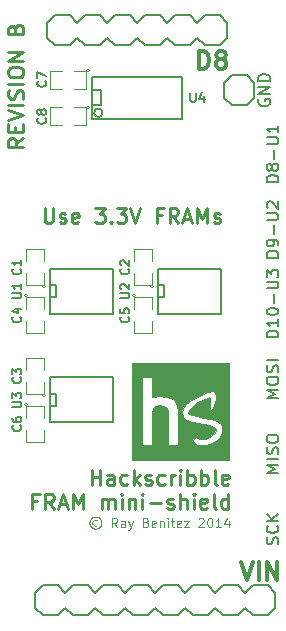
<source format=gto>
G04 #@! TF.FileFunction,Legend,Top*
%FSLAX46Y46*%
G04 Gerber Fmt 4.6, Leading zero omitted, Abs format (unit mm)*
G04 Created by KiCad (PCBNEW (2014-11-02 BZR 5250)-product) date 05/11/2014 09:55:45*
%MOMM*%
G01*
G04 APERTURE LIST*
%ADD10C,0.100000*%
%ADD11C,0.254000*%
%ADD12C,0.101600*%
%ADD13C,0.300000*%
%ADD14C,0.099060*%
%ADD15C,0.127000*%
%ADD16C,0.165100*%
%ADD17C,0.152400*%
%ADD18C,0.002540*%
%ADD19C,0.150000*%
G04 APERTURE END LIST*
D10*
D11*
X112797168Y-142052524D02*
X112797168Y-143080619D01*
X112857644Y-143201571D01*
X112918120Y-143262048D01*
X113039073Y-143322524D01*
X113280977Y-143322524D01*
X113401930Y-143262048D01*
X113462406Y-143201571D01*
X113522882Y-143080619D01*
X113522882Y-142052524D01*
X114067168Y-143262048D02*
X114188120Y-143322524D01*
X114430025Y-143322524D01*
X114550977Y-143262048D01*
X114611453Y-143141095D01*
X114611453Y-143080619D01*
X114550977Y-142959667D01*
X114430025Y-142899190D01*
X114248596Y-142899190D01*
X114127644Y-142838714D01*
X114067168Y-142717762D01*
X114067168Y-142657286D01*
X114127644Y-142536333D01*
X114248596Y-142475857D01*
X114430025Y-142475857D01*
X114550977Y-142536333D01*
X115639548Y-143262048D02*
X115518596Y-143322524D01*
X115276691Y-143322524D01*
X115155739Y-143262048D01*
X115095263Y-143141095D01*
X115095263Y-142657286D01*
X115155739Y-142536333D01*
X115276691Y-142475857D01*
X115518596Y-142475857D01*
X115639548Y-142536333D01*
X115700025Y-142657286D01*
X115700025Y-142778238D01*
X115095263Y-142899190D01*
X117090977Y-142052524D02*
X117877167Y-142052524D01*
X117453834Y-142536333D01*
X117635262Y-142536333D01*
X117756215Y-142596810D01*
X117816691Y-142657286D01*
X117877167Y-142778238D01*
X117877167Y-143080619D01*
X117816691Y-143201571D01*
X117756215Y-143262048D01*
X117635262Y-143322524D01*
X117272405Y-143322524D01*
X117151453Y-143262048D01*
X117090977Y-143201571D01*
X118421453Y-143201571D02*
X118481929Y-143262048D01*
X118421453Y-143322524D01*
X118360977Y-143262048D01*
X118421453Y-143201571D01*
X118421453Y-143322524D01*
X118905263Y-142052524D02*
X119691453Y-142052524D01*
X119268120Y-142536333D01*
X119449548Y-142536333D01*
X119570501Y-142596810D01*
X119630977Y-142657286D01*
X119691453Y-142778238D01*
X119691453Y-143080619D01*
X119630977Y-143201571D01*
X119570501Y-143262048D01*
X119449548Y-143322524D01*
X119086691Y-143322524D01*
X118965739Y-143262048D01*
X118905263Y-143201571D01*
X120054310Y-142052524D02*
X120477644Y-143322524D01*
X120900977Y-142052524D01*
X122715262Y-142657286D02*
X122291929Y-142657286D01*
X122291929Y-143322524D02*
X122291929Y-142052524D01*
X122896691Y-142052524D01*
X124106214Y-143322524D02*
X123682881Y-142717762D01*
X123380500Y-143322524D02*
X123380500Y-142052524D01*
X123864309Y-142052524D01*
X123985262Y-142113000D01*
X124045738Y-142173476D01*
X124106214Y-142294429D01*
X124106214Y-142475857D01*
X124045738Y-142596810D01*
X123985262Y-142657286D01*
X123864309Y-142717762D01*
X123380500Y-142717762D01*
X124590024Y-142959667D02*
X125194786Y-142959667D01*
X124469071Y-143322524D02*
X124892405Y-142052524D01*
X125315738Y-143322524D01*
X125739071Y-143322524D02*
X125739071Y-142052524D01*
X126162404Y-142959667D01*
X126585738Y-142052524D01*
X126585738Y-143322524D01*
X127130024Y-143262048D02*
X127250976Y-143322524D01*
X127492881Y-143322524D01*
X127613833Y-143262048D01*
X127674309Y-143141095D01*
X127674309Y-143080619D01*
X127613833Y-142959667D01*
X127492881Y-142899190D01*
X127311452Y-142899190D01*
X127190500Y-142838714D01*
X127130024Y-142717762D01*
X127130024Y-142657286D01*
X127190500Y-142536333D01*
X127311452Y-142475857D01*
X127492881Y-142475857D01*
X127613833Y-142536333D01*
D12*
X117257286Y-168483643D02*
X117184714Y-168447357D01*
X117039571Y-168447357D01*
X116967000Y-168483643D01*
X116894429Y-168556214D01*
X116858143Y-168628786D01*
X116858143Y-168773929D01*
X116894429Y-168846500D01*
X116967000Y-168919071D01*
X117039571Y-168955357D01*
X117184714Y-168955357D01*
X117257286Y-168919071D01*
X117112143Y-168193357D02*
X116930714Y-168229643D01*
X116749286Y-168338500D01*
X116640429Y-168519929D01*
X116604143Y-168701357D01*
X116640429Y-168882786D01*
X116749286Y-169064214D01*
X116930714Y-169173071D01*
X117112143Y-169209357D01*
X117293571Y-169173071D01*
X117475000Y-169064214D01*
X117583857Y-168882786D01*
X117620143Y-168701357D01*
X117583857Y-168519929D01*
X117475000Y-168338500D01*
X117293571Y-168229643D01*
X117112143Y-168193357D01*
X118962714Y-169064214D02*
X118708714Y-168701357D01*
X118527286Y-169064214D02*
X118527286Y-168302214D01*
X118817571Y-168302214D01*
X118890143Y-168338500D01*
X118926428Y-168374786D01*
X118962714Y-168447357D01*
X118962714Y-168556214D01*
X118926428Y-168628786D01*
X118890143Y-168665071D01*
X118817571Y-168701357D01*
X118527286Y-168701357D01*
X119615857Y-169064214D02*
X119615857Y-168665071D01*
X119579571Y-168592500D01*
X119507000Y-168556214D01*
X119361857Y-168556214D01*
X119289286Y-168592500D01*
X119615857Y-169027929D02*
X119543286Y-169064214D01*
X119361857Y-169064214D01*
X119289286Y-169027929D01*
X119253000Y-168955357D01*
X119253000Y-168882786D01*
X119289286Y-168810214D01*
X119361857Y-168773929D01*
X119543286Y-168773929D01*
X119615857Y-168737643D01*
X119906143Y-168556214D02*
X120087572Y-169064214D01*
X120269000Y-168556214D02*
X120087572Y-169064214D01*
X120015000Y-169245643D01*
X119978715Y-169281929D01*
X119906143Y-169318214D01*
X121393857Y-168665071D02*
X121502714Y-168701357D01*
X121538999Y-168737643D01*
X121575285Y-168810214D01*
X121575285Y-168919071D01*
X121538999Y-168991643D01*
X121502714Y-169027929D01*
X121430142Y-169064214D01*
X121139857Y-169064214D01*
X121139857Y-168302214D01*
X121393857Y-168302214D01*
X121466428Y-168338500D01*
X121502714Y-168374786D01*
X121538999Y-168447357D01*
X121538999Y-168519929D01*
X121502714Y-168592500D01*
X121466428Y-168628786D01*
X121393857Y-168665071D01*
X121139857Y-168665071D01*
X122192142Y-169027929D02*
X122119571Y-169064214D01*
X121974428Y-169064214D01*
X121901857Y-169027929D01*
X121865571Y-168955357D01*
X121865571Y-168665071D01*
X121901857Y-168592500D01*
X121974428Y-168556214D01*
X122119571Y-168556214D01*
X122192142Y-168592500D01*
X122228428Y-168665071D01*
X122228428Y-168737643D01*
X121865571Y-168810214D01*
X122555000Y-168556214D02*
X122555000Y-169064214D01*
X122555000Y-168628786D02*
X122591285Y-168592500D01*
X122663857Y-168556214D01*
X122772714Y-168556214D01*
X122845285Y-168592500D01*
X122881571Y-168665071D01*
X122881571Y-169064214D01*
X123244429Y-169064214D02*
X123244429Y-168556214D01*
X123244429Y-168302214D02*
X123208143Y-168338500D01*
X123244429Y-168374786D01*
X123280714Y-168338500D01*
X123244429Y-168302214D01*
X123244429Y-168374786D01*
X123498428Y-168556214D02*
X123788714Y-168556214D01*
X123607286Y-168302214D02*
X123607286Y-168955357D01*
X123643571Y-169027929D01*
X123716143Y-169064214D01*
X123788714Y-169064214D01*
X124333000Y-169027929D02*
X124260429Y-169064214D01*
X124115286Y-169064214D01*
X124042715Y-169027929D01*
X124006429Y-168955357D01*
X124006429Y-168665071D01*
X124042715Y-168592500D01*
X124115286Y-168556214D01*
X124260429Y-168556214D01*
X124333000Y-168592500D01*
X124369286Y-168665071D01*
X124369286Y-168737643D01*
X124006429Y-168810214D01*
X124623286Y-168556214D02*
X125022429Y-168556214D01*
X124623286Y-169064214D01*
X125022429Y-169064214D01*
X125857000Y-168374786D02*
X125893286Y-168338500D01*
X125965857Y-168302214D01*
X126147286Y-168302214D01*
X126219857Y-168338500D01*
X126256143Y-168374786D01*
X126292428Y-168447357D01*
X126292428Y-168519929D01*
X126256143Y-168628786D01*
X125820714Y-169064214D01*
X126292428Y-169064214D01*
X126764142Y-168302214D02*
X126836714Y-168302214D01*
X126909285Y-168338500D01*
X126945571Y-168374786D01*
X126981857Y-168447357D01*
X127018142Y-168592500D01*
X127018142Y-168773929D01*
X126981857Y-168919071D01*
X126945571Y-168991643D01*
X126909285Y-169027929D01*
X126836714Y-169064214D01*
X126764142Y-169064214D01*
X126691571Y-169027929D01*
X126655285Y-168991643D01*
X126619000Y-168919071D01*
X126582714Y-168773929D01*
X126582714Y-168592500D01*
X126619000Y-168447357D01*
X126655285Y-168374786D01*
X126691571Y-168338500D01*
X126764142Y-168302214D01*
X127743856Y-169064214D02*
X127308428Y-169064214D01*
X127526142Y-169064214D02*
X127526142Y-168302214D01*
X127453571Y-168411071D01*
X127380999Y-168483643D01*
X127308428Y-168519929D01*
X128396999Y-168556214D02*
X128396999Y-169064214D01*
X128215570Y-168265929D02*
X128034142Y-168810214D01*
X128505856Y-168810214D01*
D11*
X111001024Y-136131905D02*
X110396262Y-136555238D01*
X111001024Y-136857619D02*
X109731024Y-136857619D01*
X109731024Y-136373810D01*
X109791500Y-136252857D01*
X109851976Y-136192381D01*
X109972929Y-136131905D01*
X110154357Y-136131905D01*
X110275310Y-136192381D01*
X110335786Y-136252857D01*
X110396262Y-136373810D01*
X110396262Y-136857619D01*
X110335786Y-135587619D02*
X110335786Y-135164286D01*
X111001024Y-134982857D02*
X111001024Y-135587619D01*
X109731024Y-135587619D01*
X109731024Y-134982857D01*
X109731024Y-134620000D02*
X111001024Y-134196666D01*
X109731024Y-133773333D01*
X111001024Y-133350000D02*
X109731024Y-133350000D01*
X110940548Y-132805714D02*
X111001024Y-132624286D01*
X111001024Y-132321905D01*
X110940548Y-132200952D01*
X110880071Y-132140476D01*
X110759119Y-132080000D01*
X110638167Y-132080000D01*
X110517214Y-132140476D01*
X110456738Y-132200952D01*
X110396262Y-132321905D01*
X110335786Y-132563809D01*
X110275310Y-132684762D01*
X110214833Y-132745238D01*
X110093881Y-132805714D01*
X109972929Y-132805714D01*
X109851976Y-132745238D01*
X109791500Y-132684762D01*
X109731024Y-132563809D01*
X109731024Y-132261429D01*
X109791500Y-132080000D01*
X111001024Y-131535714D02*
X109731024Y-131535714D01*
X109731024Y-130689047D02*
X109731024Y-130447143D01*
X109791500Y-130326190D01*
X109912452Y-130205238D01*
X110154357Y-130144762D01*
X110577690Y-130144762D01*
X110819595Y-130205238D01*
X110940548Y-130326190D01*
X111001024Y-130447143D01*
X111001024Y-130689047D01*
X110940548Y-130810000D01*
X110819595Y-130930952D01*
X110577690Y-130991428D01*
X110154357Y-130991428D01*
X109912452Y-130930952D01*
X109791500Y-130810000D01*
X109731024Y-130689047D01*
X111001024Y-129600476D02*
X109731024Y-129600476D01*
X111001024Y-128874762D01*
X109731024Y-128874762D01*
X110335786Y-126879048D02*
X110396262Y-126697619D01*
X110456738Y-126637143D01*
X110577690Y-126576667D01*
X110759119Y-126576667D01*
X110880071Y-126637143D01*
X110940548Y-126697619D01*
X111001024Y-126818572D01*
X111001024Y-127302381D01*
X109731024Y-127302381D01*
X109731024Y-126879048D01*
X109791500Y-126758095D01*
X109851976Y-126697619D01*
X109972929Y-126637143D01*
X110093881Y-126637143D01*
X110214833Y-126697619D01*
X110275310Y-126758095D01*
X110335786Y-126879048D01*
X110335786Y-127302381D01*
X116797668Y-165484024D02*
X116797668Y-164214024D01*
X116797668Y-164818786D02*
X117523382Y-164818786D01*
X117523382Y-165484024D02*
X117523382Y-164214024D01*
X118672430Y-165484024D02*
X118672430Y-164818786D01*
X118611953Y-164697833D01*
X118491001Y-164637357D01*
X118249096Y-164637357D01*
X118128144Y-164697833D01*
X118672430Y-165423548D02*
X118551477Y-165484024D01*
X118249096Y-165484024D01*
X118128144Y-165423548D01*
X118067668Y-165302595D01*
X118067668Y-165181643D01*
X118128144Y-165060690D01*
X118249096Y-165000214D01*
X118551477Y-165000214D01*
X118672430Y-164939738D01*
X119821478Y-165423548D02*
X119700525Y-165484024D01*
X119458621Y-165484024D01*
X119337668Y-165423548D01*
X119277192Y-165363071D01*
X119216716Y-165242119D01*
X119216716Y-164879262D01*
X119277192Y-164758310D01*
X119337668Y-164697833D01*
X119458621Y-164637357D01*
X119700525Y-164637357D01*
X119821478Y-164697833D01*
X120365763Y-165484024D02*
X120365763Y-164214024D01*
X120486715Y-165000214D02*
X120849572Y-165484024D01*
X120849572Y-164637357D02*
X120365763Y-165121167D01*
X121333382Y-165423548D02*
X121454334Y-165484024D01*
X121696239Y-165484024D01*
X121817191Y-165423548D01*
X121877667Y-165302595D01*
X121877667Y-165242119D01*
X121817191Y-165121167D01*
X121696239Y-165060690D01*
X121514810Y-165060690D01*
X121393858Y-165000214D01*
X121333382Y-164879262D01*
X121333382Y-164818786D01*
X121393858Y-164697833D01*
X121514810Y-164637357D01*
X121696239Y-164637357D01*
X121817191Y-164697833D01*
X122966239Y-165423548D02*
X122845286Y-165484024D01*
X122603382Y-165484024D01*
X122482429Y-165423548D01*
X122421953Y-165363071D01*
X122361477Y-165242119D01*
X122361477Y-164879262D01*
X122421953Y-164758310D01*
X122482429Y-164697833D01*
X122603382Y-164637357D01*
X122845286Y-164637357D01*
X122966239Y-164697833D01*
X123510524Y-165484024D02*
X123510524Y-164637357D01*
X123510524Y-164879262D02*
X123571000Y-164758310D01*
X123631476Y-164697833D01*
X123752429Y-164637357D01*
X123873381Y-164637357D01*
X124296714Y-165484024D02*
X124296714Y-164637357D01*
X124296714Y-164214024D02*
X124236238Y-164274500D01*
X124296714Y-164334976D01*
X124357190Y-164274500D01*
X124296714Y-164214024D01*
X124296714Y-164334976D01*
X124901476Y-165484024D02*
X124901476Y-164214024D01*
X124901476Y-164697833D02*
X125022428Y-164637357D01*
X125264333Y-164637357D01*
X125385285Y-164697833D01*
X125445762Y-164758310D01*
X125506238Y-164879262D01*
X125506238Y-165242119D01*
X125445762Y-165363071D01*
X125385285Y-165423548D01*
X125264333Y-165484024D01*
X125022428Y-165484024D01*
X124901476Y-165423548D01*
X126050524Y-165484024D02*
X126050524Y-164214024D01*
X126050524Y-164697833D02*
X126171476Y-164637357D01*
X126413381Y-164637357D01*
X126534333Y-164697833D01*
X126594810Y-164758310D01*
X126655286Y-164879262D01*
X126655286Y-165242119D01*
X126594810Y-165363071D01*
X126534333Y-165423548D01*
X126413381Y-165484024D01*
X126171476Y-165484024D01*
X126050524Y-165423548D01*
X127381001Y-165484024D02*
X127260048Y-165423548D01*
X127199572Y-165302595D01*
X127199572Y-164214024D01*
X128348619Y-165423548D02*
X128227667Y-165484024D01*
X127985762Y-165484024D01*
X127864810Y-165423548D01*
X127804334Y-165302595D01*
X127804334Y-164818786D01*
X127864810Y-164697833D01*
X127985762Y-164637357D01*
X128227667Y-164637357D01*
X128348619Y-164697833D01*
X128409096Y-164818786D01*
X128409096Y-164939738D01*
X127804334Y-165060690D01*
X112201476Y-166850786D02*
X111778143Y-166850786D01*
X111778143Y-167516024D02*
X111778143Y-166246024D01*
X112382905Y-166246024D01*
X113592428Y-167516024D02*
X113169095Y-166911262D01*
X112866714Y-167516024D02*
X112866714Y-166246024D01*
X113350523Y-166246024D01*
X113471476Y-166306500D01*
X113531952Y-166366976D01*
X113592428Y-166487929D01*
X113592428Y-166669357D01*
X113531952Y-166790310D01*
X113471476Y-166850786D01*
X113350523Y-166911262D01*
X112866714Y-166911262D01*
X114076238Y-167153167D02*
X114681000Y-167153167D01*
X113955285Y-167516024D02*
X114378619Y-166246024D01*
X114801952Y-167516024D01*
X115225285Y-167516024D02*
X115225285Y-166246024D01*
X115648618Y-167153167D01*
X116071952Y-166246024D01*
X116071952Y-167516024D01*
X117644333Y-167516024D02*
X117644333Y-166669357D01*
X117644333Y-166790310D02*
X117704809Y-166729833D01*
X117825762Y-166669357D01*
X118007190Y-166669357D01*
X118128142Y-166729833D01*
X118188619Y-166850786D01*
X118188619Y-167516024D01*
X118188619Y-166850786D02*
X118249095Y-166729833D01*
X118370047Y-166669357D01*
X118551476Y-166669357D01*
X118672428Y-166729833D01*
X118732904Y-166850786D01*
X118732904Y-167516024D01*
X119337666Y-167516024D02*
X119337666Y-166669357D01*
X119337666Y-166246024D02*
X119277190Y-166306500D01*
X119337666Y-166366976D01*
X119398142Y-166306500D01*
X119337666Y-166246024D01*
X119337666Y-166366976D01*
X119942428Y-166669357D02*
X119942428Y-167516024D01*
X119942428Y-166790310D02*
X120002904Y-166729833D01*
X120123857Y-166669357D01*
X120305285Y-166669357D01*
X120426237Y-166729833D01*
X120486714Y-166850786D01*
X120486714Y-167516024D01*
X121091476Y-167516024D02*
X121091476Y-166669357D01*
X121091476Y-166246024D02*
X121031000Y-166306500D01*
X121091476Y-166366976D01*
X121151952Y-166306500D01*
X121091476Y-166246024D01*
X121091476Y-166366976D01*
X121696238Y-167032214D02*
X122663857Y-167032214D01*
X123208143Y-167455548D02*
X123329095Y-167516024D01*
X123571000Y-167516024D01*
X123691952Y-167455548D01*
X123752428Y-167334595D01*
X123752428Y-167274119D01*
X123691952Y-167153167D01*
X123571000Y-167092690D01*
X123389571Y-167092690D01*
X123268619Y-167032214D01*
X123208143Y-166911262D01*
X123208143Y-166850786D01*
X123268619Y-166729833D01*
X123389571Y-166669357D01*
X123571000Y-166669357D01*
X123691952Y-166729833D01*
X124296714Y-167516024D02*
X124296714Y-166246024D01*
X124841000Y-167516024D02*
X124841000Y-166850786D01*
X124780523Y-166729833D01*
X124659571Y-166669357D01*
X124478143Y-166669357D01*
X124357190Y-166729833D01*
X124296714Y-166790310D01*
X125445762Y-167516024D02*
X125445762Y-166669357D01*
X125445762Y-166246024D02*
X125385286Y-166306500D01*
X125445762Y-166366976D01*
X125506238Y-166306500D01*
X125445762Y-166246024D01*
X125445762Y-166366976D01*
X126534333Y-167455548D02*
X126413381Y-167516024D01*
X126171476Y-167516024D01*
X126050524Y-167455548D01*
X125990048Y-167334595D01*
X125990048Y-166850786D01*
X126050524Y-166729833D01*
X126171476Y-166669357D01*
X126413381Y-166669357D01*
X126534333Y-166729833D01*
X126594810Y-166850786D01*
X126594810Y-166971738D01*
X125990048Y-167092690D01*
X127320524Y-167516024D02*
X127199571Y-167455548D01*
X127139095Y-167334595D01*
X127139095Y-166246024D01*
X128348619Y-167516024D02*
X128348619Y-166246024D01*
X128348619Y-167455548D02*
X128227666Y-167516024D01*
X127985762Y-167516024D01*
X127864809Y-167455548D01*
X127804333Y-167395071D01*
X127743857Y-167274119D01*
X127743857Y-166911262D01*
X127804333Y-166790310D01*
X127864809Y-166729833D01*
X127985762Y-166669357D01*
X128227666Y-166669357D01*
X128348619Y-166729833D01*
D13*
X125892858Y-130282071D02*
X125892858Y-128782071D01*
X126250001Y-128782071D01*
X126464286Y-128853500D01*
X126607144Y-128996357D01*
X126678572Y-129139214D01*
X126750001Y-129424929D01*
X126750001Y-129639214D01*
X126678572Y-129924929D01*
X126607144Y-130067786D01*
X126464286Y-130210643D01*
X126250001Y-130282071D01*
X125892858Y-130282071D01*
X127607144Y-129424929D02*
X127464286Y-129353500D01*
X127392858Y-129282071D01*
X127321429Y-129139214D01*
X127321429Y-129067786D01*
X127392858Y-128924929D01*
X127464286Y-128853500D01*
X127607144Y-128782071D01*
X127892858Y-128782071D01*
X128035715Y-128853500D01*
X128107144Y-128924929D01*
X128178572Y-129067786D01*
X128178572Y-129139214D01*
X128107144Y-129282071D01*
X128035715Y-129353500D01*
X127892858Y-129424929D01*
X127607144Y-129424929D01*
X127464286Y-129496357D01*
X127392858Y-129567786D01*
X127321429Y-129710643D01*
X127321429Y-129996357D01*
X127392858Y-130139214D01*
X127464286Y-130210643D01*
X127607144Y-130282071D01*
X127892858Y-130282071D01*
X128035715Y-130210643D01*
X128107144Y-130139214D01*
X128178572Y-129996357D01*
X128178572Y-129710643D01*
X128107144Y-129567786D01*
X128035715Y-129496357D01*
X127892858Y-129424929D01*
X129421143Y-172025571D02*
X129921143Y-173525571D01*
X130421143Y-172025571D01*
X130921143Y-173525571D02*
X130921143Y-172025571D01*
X131635429Y-173525571D02*
X131635429Y-172025571D01*
X132492572Y-173525571D01*
X132492572Y-172025571D01*
D14*
X112903000Y-148717000D02*
G75*
G03X112903000Y-148717000I-127000J0D01*
G01*
X112776000Y-147574000D02*
X112776000Y-148590000D01*
X112776000Y-148590000D02*
X111252000Y-148590000D01*
X111252000Y-148590000D02*
X111252000Y-147574000D01*
X111252000Y-146558000D02*
X111252000Y-145542000D01*
X111252000Y-145542000D02*
X112776000Y-145542000D01*
X112776000Y-145542000D02*
X112776000Y-146558000D01*
X122047000Y-148717000D02*
G75*
G03X122047000Y-148717000I-127000J0D01*
G01*
X121920000Y-147574000D02*
X121920000Y-148590000D01*
X121920000Y-148590000D02*
X120396000Y-148590000D01*
X120396000Y-148590000D02*
X120396000Y-147574000D01*
X120396000Y-146558000D02*
X120396000Y-145542000D01*
X120396000Y-145542000D02*
X121920000Y-145542000D01*
X121920000Y-145542000D02*
X121920000Y-146558000D01*
X112903000Y-157924500D02*
G75*
G03X112903000Y-157924500I-127000J0D01*
G01*
X112776000Y-156781500D02*
X112776000Y-157797500D01*
X112776000Y-157797500D02*
X111252000Y-157797500D01*
X111252000Y-157797500D02*
X111252000Y-156781500D01*
X111252000Y-155765500D02*
X111252000Y-154749500D01*
X111252000Y-154749500D02*
X112776000Y-154749500D01*
X112776000Y-154749500D02*
X112776000Y-155765500D01*
X111379000Y-149479000D02*
G75*
G03X111379000Y-149479000I-127000J0D01*
G01*
X111252000Y-150622000D02*
X111252000Y-149606000D01*
X111252000Y-149606000D02*
X112776000Y-149606000D01*
X112776000Y-149606000D02*
X112776000Y-150622000D01*
X112776000Y-151638000D02*
X112776000Y-152654000D01*
X112776000Y-152654000D02*
X111252000Y-152654000D01*
X111252000Y-152654000D02*
X111252000Y-151638000D01*
X120523000Y-149479000D02*
G75*
G03X120523000Y-149479000I-127000J0D01*
G01*
X120396000Y-150622000D02*
X120396000Y-149606000D01*
X120396000Y-149606000D02*
X121920000Y-149606000D01*
X121920000Y-149606000D02*
X121920000Y-150622000D01*
X121920000Y-151638000D02*
X121920000Y-152654000D01*
X121920000Y-152654000D02*
X120396000Y-152654000D01*
X120396000Y-152654000D02*
X120396000Y-151638000D01*
X111379000Y-158686500D02*
G75*
G03X111379000Y-158686500I-127000J0D01*
G01*
X111252000Y-159829500D02*
X111252000Y-158813500D01*
X111252000Y-158813500D02*
X112776000Y-158813500D01*
X112776000Y-158813500D02*
X112776000Y-159829500D01*
X112776000Y-160845500D02*
X112776000Y-161861500D01*
X112776000Y-161861500D02*
X111252000Y-161861500D01*
X111252000Y-161861500D02*
X111252000Y-160845500D01*
X116586000Y-130429000D02*
G75*
G03X116586000Y-130429000I-127000J0D01*
G01*
X115316000Y-130429000D02*
X116332000Y-130429000D01*
X116332000Y-130429000D02*
X116332000Y-131953000D01*
X116332000Y-131953000D02*
X115316000Y-131953000D01*
X114300000Y-131953000D02*
X113284000Y-131953000D01*
X113284000Y-131953000D02*
X113284000Y-130429000D01*
X113284000Y-130429000D02*
X114300000Y-130429000D01*
X116586000Y-133540500D02*
G75*
G03X116586000Y-133540500I-127000J0D01*
G01*
X115316000Y-133540500D02*
X116332000Y-133540500D01*
X116332000Y-133540500D02*
X116332000Y-135064500D01*
X116332000Y-135064500D02*
X115316000Y-135064500D01*
X114300000Y-135064500D02*
X113284000Y-135064500D01*
X113284000Y-135064500D02*
X113284000Y-133540500D01*
X113284000Y-133540500D02*
X114300000Y-133540500D01*
D15*
X115570000Y-127635000D02*
X114935000Y-128270000D01*
X114935000Y-128270000D02*
X113665000Y-128270000D01*
X113665000Y-128270000D02*
X113030000Y-127635000D01*
X113030000Y-127635000D02*
X113030000Y-126365000D01*
X113030000Y-126365000D02*
X113665000Y-125730000D01*
X113665000Y-125730000D02*
X114935000Y-125730000D01*
X114935000Y-125730000D02*
X115570000Y-126365000D01*
X118110000Y-127635000D02*
X117475000Y-128270000D01*
X117475000Y-128270000D02*
X116205000Y-128270000D01*
X116205000Y-128270000D02*
X115570000Y-127635000D01*
X115570000Y-126365000D02*
X116205000Y-125730000D01*
X116205000Y-125730000D02*
X117475000Y-125730000D01*
X117475000Y-125730000D02*
X118110000Y-126365000D01*
X120650000Y-127635000D02*
X120015000Y-128270000D01*
X120015000Y-128270000D02*
X118745000Y-128270000D01*
X118745000Y-128270000D02*
X118110000Y-127635000D01*
X118110000Y-126365000D02*
X118745000Y-125730000D01*
X118745000Y-125730000D02*
X120015000Y-125730000D01*
X120015000Y-125730000D02*
X120650000Y-126365000D01*
X125730000Y-127635000D02*
X125095000Y-128270000D01*
X125095000Y-128270000D02*
X123825000Y-128270000D01*
X123825000Y-128270000D02*
X123190000Y-127635000D01*
X123190000Y-127635000D02*
X122555000Y-128270000D01*
X122555000Y-128270000D02*
X121285000Y-128270000D01*
X121285000Y-128270000D02*
X120650000Y-127635000D01*
X120650000Y-126365000D02*
X121285000Y-125730000D01*
X121285000Y-125730000D02*
X122555000Y-125730000D01*
X122555000Y-125730000D02*
X123190000Y-126365000D01*
X123190000Y-126365000D02*
X123825000Y-125730000D01*
X123825000Y-125730000D02*
X125095000Y-125730000D01*
X125095000Y-125730000D02*
X125730000Y-126365000D01*
X128270000Y-127635000D02*
X127635000Y-128270000D01*
X127635000Y-128270000D02*
X126365000Y-128270000D01*
X126365000Y-128270000D02*
X125730000Y-127635000D01*
X125730000Y-126365000D02*
X126365000Y-125730000D01*
X126365000Y-125730000D02*
X127635000Y-125730000D01*
X127635000Y-125730000D02*
X128270000Y-126365000D01*
X128270000Y-126365000D02*
X128270000Y-127635000D01*
D16*
X124460000Y-130937000D02*
X116840000Y-130937000D01*
X116840000Y-134493000D02*
X124460000Y-134493000D01*
X124460000Y-130937000D02*
X124460000Y-134493000D01*
D17*
X116840000Y-134493000D02*
X116840000Y-130937000D01*
D15*
X117707210Y-133985000D02*
G75*
G03X117707210Y-133985000I-359210J0D01*
G01*
X116840000Y-132080000D02*
X117602000Y-132080000D01*
X117602000Y-132080000D02*
X117602000Y-133350000D01*
X117602000Y-133350000D02*
X116840000Y-133350000D01*
X113284000Y-160083500D02*
X113284000Y-160210500D01*
X113284000Y-160210500D02*
X118618000Y-160210500D01*
X118618000Y-156400500D02*
X113284000Y-156400500D01*
X113284000Y-156400500D02*
X113284000Y-160083500D01*
X113284000Y-157797500D02*
X113792000Y-157797500D01*
X113792000Y-157797500D02*
X113792000Y-158813500D01*
X113792000Y-158813500D02*
X113284000Y-158813500D01*
X118618000Y-156400500D02*
X118618000Y-160210500D01*
X113284000Y-150876000D02*
X113284000Y-151003000D01*
X113284000Y-151003000D02*
X118618000Y-151003000D01*
X118618000Y-147193000D02*
X113284000Y-147193000D01*
X113284000Y-147193000D02*
X113284000Y-150876000D01*
X113284000Y-148590000D02*
X113792000Y-148590000D01*
X113792000Y-148590000D02*
X113792000Y-149606000D01*
X113792000Y-149606000D02*
X113284000Y-149606000D01*
X118618000Y-147193000D02*
X118618000Y-151003000D01*
X122428000Y-150876000D02*
X122428000Y-151003000D01*
X122428000Y-151003000D02*
X127762000Y-151003000D01*
X127762000Y-147193000D02*
X122428000Y-147193000D01*
X122428000Y-147193000D02*
X122428000Y-150876000D01*
X122428000Y-148590000D02*
X122936000Y-148590000D01*
X122936000Y-148590000D02*
X122936000Y-149606000D01*
X122936000Y-149606000D02*
X122428000Y-149606000D01*
X127762000Y-147193000D02*
X127762000Y-151003000D01*
X128016000Y-131445000D02*
X128651000Y-130810000D01*
X128651000Y-130810000D02*
X129921000Y-130810000D01*
X129921000Y-130810000D02*
X130556000Y-131445000D01*
X130556000Y-131445000D02*
X130556000Y-132715000D01*
X130556000Y-132715000D02*
X129921000Y-133350000D01*
X129921000Y-133350000D02*
X128651000Y-133350000D01*
X128651000Y-133350000D02*
X128016000Y-132715000D01*
X128016000Y-132715000D02*
X128016000Y-131445000D01*
X114554000Y-175895000D02*
X113919000Y-176530000D01*
X113919000Y-176530000D02*
X112649000Y-176530000D01*
X112649000Y-176530000D02*
X112014000Y-175895000D01*
X112014000Y-175895000D02*
X112014000Y-174625000D01*
X112014000Y-174625000D02*
X112649000Y-173990000D01*
X112649000Y-173990000D02*
X113919000Y-173990000D01*
X113919000Y-173990000D02*
X114554000Y-174625000D01*
X117094000Y-175895000D02*
X116459000Y-176530000D01*
X116459000Y-176530000D02*
X115189000Y-176530000D01*
X115189000Y-176530000D02*
X114554000Y-175895000D01*
X114554000Y-174625000D02*
X115189000Y-173990000D01*
X115189000Y-173990000D02*
X116459000Y-173990000D01*
X116459000Y-173990000D02*
X117094000Y-174625000D01*
X119634000Y-175895000D02*
X118999000Y-176530000D01*
X118999000Y-176530000D02*
X117729000Y-176530000D01*
X117729000Y-176530000D02*
X117094000Y-175895000D01*
X117094000Y-174625000D02*
X117729000Y-173990000D01*
X117729000Y-173990000D02*
X118999000Y-173990000D01*
X118999000Y-173990000D02*
X119634000Y-174625000D01*
X122174000Y-175895000D02*
X121539000Y-176530000D01*
X121539000Y-176530000D02*
X120269000Y-176530000D01*
X120269000Y-176530000D02*
X119634000Y-175895000D01*
X119634000Y-174625000D02*
X120269000Y-173990000D01*
X120269000Y-173990000D02*
X121539000Y-173990000D01*
X121539000Y-173990000D02*
X122174000Y-174625000D01*
X124714000Y-175895000D02*
X124079000Y-176530000D01*
X124079000Y-176530000D02*
X122809000Y-176530000D01*
X122809000Y-176530000D02*
X122174000Y-175895000D01*
X122174000Y-174625000D02*
X122809000Y-173990000D01*
X122809000Y-173990000D02*
X124079000Y-173990000D01*
X124079000Y-173990000D02*
X124714000Y-174625000D01*
X129794000Y-175895000D02*
X129159000Y-176530000D01*
X129159000Y-176530000D02*
X127889000Y-176530000D01*
X127889000Y-176530000D02*
X127254000Y-175895000D01*
X127254000Y-175895000D02*
X126619000Y-176530000D01*
X126619000Y-176530000D02*
X125349000Y-176530000D01*
X125349000Y-176530000D02*
X124714000Y-175895000D01*
X124714000Y-174625000D02*
X125349000Y-173990000D01*
X125349000Y-173990000D02*
X126619000Y-173990000D01*
X126619000Y-173990000D02*
X127254000Y-174625000D01*
X127254000Y-174625000D02*
X127889000Y-173990000D01*
X127889000Y-173990000D02*
X129159000Y-173990000D01*
X129159000Y-173990000D02*
X129794000Y-174625000D01*
X132334000Y-175895000D02*
X131699000Y-176530000D01*
X131699000Y-176530000D02*
X130429000Y-176530000D01*
X130429000Y-176530000D02*
X129794000Y-175895000D01*
X129794000Y-174625000D02*
X130429000Y-173990000D01*
X130429000Y-173990000D02*
X131699000Y-173990000D01*
X131699000Y-173990000D02*
X132334000Y-174625000D01*
X132334000Y-174625000D02*
X132334000Y-175895000D01*
D18*
G36*
X128417320Y-163405820D02*
X127825500Y-163405820D01*
X127825500Y-160807400D01*
X127797560Y-160538160D01*
X127703580Y-160324800D01*
X127523240Y-160159700D01*
X127236220Y-160025080D01*
X126819660Y-159910780D01*
X126255780Y-159801560D01*
X126235460Y-159799020D01*
X125689360Y-159689800D01*
X125285500Y-159575500D01*
X125034040Y-159458660D01*
X124945140Y-159341820D01*
X124945140Y-159336740D01*
X125001020Y-159235140D01*
X125145800Y-159059880D01*
X125308360Y-158889700D01*
X125783340Y-158511240D01*
X126342140Y-158214060D01*
X126629160Y-158112460D01*
X126738380Y-158087060D01*
X126794260Y-158112460D01*
X126812040Y-158224220D01*
X126799340Y-158455360D01*
X126786640Y-158615380D01*
X126768860Y-158917640D01*
X126776480Y-159085280D01*
X126814580Y-159151320D01*
X126880620Y-159153860D01*
X127025400Y-159049720D01*
X127149860Y-158823660D01*
X127246380Y-158526480D01*
X127299720Y-158208980D01*
X127302260Y-157919420D01*
X127241300Y-157708600D01*
X127198120Y-157655260D01*
X126974600Y-157579060D01*
X126636780Y-157622240D01*
X126182120Y-157779720D01*
X125834140Y-157942280D01*
X125234700Y-158290260D01*
X124802900Y-158645860D01*
X124538740Y-159014160D01*
X124439680Y-159390080D01*
X124437140Y-159430720D01*
X124480320Y-159677100D01*
X124617480Y-159877760D01*
X124866400Y-160040320D01*
X125242320Y-160174940D01*
X125760480Y-160286700D01*
X126189740Y-160355280D01*
X126695200Y-160446720D01*
X127038100Y-160558480D01*
X127231140Y-160695640D01*
X127281940Y-160865820D01*
X127198120Y-161076640D01*
X127190500Y-161086800D01*
X126964440Y-161312860D01*
X126652020Y-161485580D01*
X126306580Y-161582100D01*
X125986540Y-161589720D01*
X125821440Y-161536380D01*
X125651260Y-161470340D01*
X125529340Y-161518600D01*
X125481080Y-161561780D01*
X125376940Y-161739580D01*
X125415040Y-161891980D01*
X125569980Y-162011360D01*
X125813820Y-162090100D01*
X126126240Y-162120580D01*
X126476760Y-162090100D01*
X126814580Y-162003740D01*
X127287020Y-161775140D01*
X127614680Y-161467800D01*
X127792480Y-161089340D01*
X127825500Y-160807400D01*
X127825500Y-163405820D01*
X124310140Y-163405820D01*
X124099320Y-163405820D01*
X124099320Y-162135820D01*
X124099320Y-160505140D01*
X124096780Y-159918400D01*
X124089160Y-159473900D01*
X124073920Y-159146240D01*
X124048520Y-158910020D01*
X124012960Y-158739840D01*
X123962160Y-158605220D01*
X123949460Y-158579820D01*
X123748800Y-158295340D01*
X123464320Y-158112460D01*
X123070620Y-158018480D01*
X122552460Y-158005780D01*
X121897140Y-158028640D01*
X121897140Y-157203140D01*
X121897140Y-156377640D01*
X121475500Y-156377640D01*
X121051320Y-156377640D01*
X121051320Y-159258000D01*
X121051320Y-162135820D01*
X121475500Y-162135820D01*
X121897140Y-162135820D01*
X121897140Y-160596580D01*
X121899680Y-160035240D01*
X121907300Y-159621220D01*
X121922540Y-159324040D01*
X121945400Y-159123380D01*
X121980960Y-158996380D01*
X122029220Y-158912560D01*
X122036840Y-158902400D01*
X122245120Y-158783020D01*
X122532140Y-158744920D01*
X122826780Y-158783020D01*
X123060460Y-158897320D01*
X123083320Y-158917640D01*
X123144280Y-158988760D01*
X123187460Y-159082740D01*
X123217940Y-159224980D01*
X123238260Y-159438340D01*
X123248420Y-159750760D01*
X123250960Y-160187640D01*
X123253500Y-160611820D01*
X123253500Y-162135820D01*
X123675140Y-162135820D01*
X124099320Y-162135820D01*
X124099320Y-163405820D01*
X120205500Y-163405820D01*
X120205500Y-159298640D01*
X120205500Y-155194000D01*
X124310140Y-155194000D01*
X128417320Y-155194000D01*
X128417320Y-159298640D01*
X128417320Y-163405820D01*
X128417320Y-163405820D01*
X128417320Y-163405820D01*
G37*
X128417320Y-163405820D02*
X127825500Y-163405820D01*
X127825500Y-160807400D01*
X127797560Y-160538160D01*
X127703580Y-160324800D01*
X127523240Y-160159700D01*
X127236220Y-160025080D01*
X126819660Y-159910780D01*
X126255780Y-159801560D01*
X126235460Y-159799020D01*
X125689360Y-159689800D01*
X125285500Y-159575500D01*
X125034040Y-159458660D01*
X124945140Y-159341820D01*
X124945140Y-159336740D01*
X125001020Y-159235140D01*
X125145800Y-159059880D01*
X125308360Y-158889700D01*
X125783340Y-158511240D01*
X126342140Y-158214060D01*
X126629160Y-158112460D01*
X126738380Y-158087060D01*
X126794260Y-158112460D01*
X126812040Y-158224220D01*
X126799340Y-158455360D01*
X126786640Y-158615380D01*
X126768860Y-158917640D01*
X126776480Y-159085280D01*
X126814580Y-159151320D01*
X126880620Y-159153860D01*
X127025400Y-159049720D01*
X127149860Y-158823660D01*
X127246380Y-158526480D01*
X127299720Y-158208980D01*
X127302260Y-157919420D01*
X127241300Y-157708600D01*
X127198120Y-157655260D01*
X126974600Y-157579060D01*
X126636780Y-157622240D01*
X126182120Y-157779720D01*
X125834140Y-157942280D01*
X125234700Y-158290260D01*
X124802900Y-158645860D01*
X124538740Y-159014160D01*
X124439680Y-159390080D01*
X124437140Y-159430720D01*
X124480320Y-159677100D01*
X124617480Y-159877760D01*
X124866400Y-160040320D01*
X125242320Y-160174940D01*
X125760480Y-160286700D01*
X126189740Y-160355280D01*
X126695200Y-160446720D01*
X127038100Y-160558480D01*
X127231140Y-160695640D01*
X127281940Y-160865820D01*
X127198120Y-161076640D01*
X127190500Y-161086800D01*
X126964440Y-161312860D01*
X126652020Y-161485580D01*
X126306580Y-161582100D01*
X125986540Y-161589720D01*
X125821440Y-161536380D01*
X125651260Y-161470340D01*
X125529340Y-161518600D01*
X125481080Y-161561780D01*
X125376940Y-161739580D01*
X125415040Y-161891980D01*
X125569980Y-162011360D01*
X125813820Y-162090100D01*
X126126240Y-162120580D01*
X126476760Y-162090100D01*
X126814580Y-162003740D01*
X127287020Y-161775140D01*
X127614680Y-161467800D01*
X127792480Y-161089340D01*
X127825500Y-160807400D01*
X127825500Y-163405820D01*
X124310140Y-163405820D01*
X124099320Y-163405820D01*
X124099320Y-162135820D01*
X124099320Y-160505140D01*
X124096780Y-159918400D01*
X124089160Y-159473900D01*
X124073920Y-159146240D01*
X124048520Y-158910020D01*
X124012960Y-158739840D01*
X123962160Y-158605220D01*
X123949460Y-158579820D01*
X123748800Y-158295340D01*
X123464320Y-158112460D01*
X123070620Y-158018480D01*
X122552460Y-158005780D01*
X121897140Y-158028640D01*
X121897140Y-157203140D01*
X121897140Y-156377640D01*
X121475500Y-156377640D01*
X121051320Y-156377640D01*
X121051320Y-159258000D01*
X121051320Y-162135820D01*
X121475500Y-162135820D01*
X121897140Y-162135820D01*
X121897140Y-160596580D01*
X121899680Y-160035240D01*
X121907300Y-159621220D01*
X121922540Y-159324040D01*
X121945400Y-159123380D01*
X121980960Y-158996380D01*
X122029220Y-158912560D01*
X122036840Y-158902400D01*
X122245120Y-158783020D01*
X122532140Y-158744920D01*
X122826780Y-158783020D01*
X123060460Y-158897320D01*
X123083320Y-158917640D01*
X123144280Y-158988760D01*
X123187460Y-159082740D01*
X123217940Y-159224980D01*
X123238260Y-159438340D01*
X123248420Y-159750760D01*
X123250960Y-160187640D01*
X123253500Y-160611820D01*
X123253500Y-162135820D01*
X123675140Y-162135820D01*
X124099320Y-162135820D01*
X124099320Y-163405820D01*
X120205500Y-163405820D01*
X120205500Y-159298640D01*
X120205500Y-155194000D01*
X124310140Y-155194000D01*
X128417320Y-155194000D01*
X128417320Y-159298640D01*
X128417320Y-163405820D01*
X128417320Y-163405820D01*
D15*
X110762143Y-147193000D02*
X110798429Y-147229286D01*
X110834714Y-147338143D01*
X110834714Y-147410714D01*
X110798429Y-147519571D01*
X110725857Y-147592143D01*
X110653286Y-147628428D01*
X110508143Y-147664714D01*
X110399286Y-147664714D01*
X110254143Y-147628428D01*
X110181571Y-147592143D01*
X110109000Y-147519571D01*
X110072714Y-147410714D01*
X110072714Y-147338143D01*
X110109000Y-147229286D01*
X110145286Y-147193000D01*
X110834714Y-146467286D02*
X110834714Y-146902714D01*
X110834714Y-146685000D02*
X110072714Y-146685000D01*
X110181571Y-146757571D01*
X110254143Y-146830143D01*
X110290429Y-146902714D01*
X119906143Y-147193000D02*
X119942429Y-147229286D01*
X119978714Y-147338143D01*
X119978714Y-147410714D01*
X119942429Y-147519571D01*
X119869857Y-147592143D01*
X119797286Y-147628428D01*
X119652143Y-147664714D01*
X119543286Y-147664714D01*
X119398143Y-147628428D01*
X119325571Y-147592143D01*
X119253000Y-147519571D01*
X119216714Y-147410714D01*
X119216714Y-147338143D01*
X119253000Y-147229286D01*
X119289286Y-147193000D01*
X119289286Y-146902714D02*
X119253000Y-146866428D01*
X119216714Y-146793857D01*
X119216714Y-146612428D01*
X119253000Y-146539857D01*
X119289286Y-146503571D01*
X119361857Y-146467286D01*
X119434429Y-146467286D01*
X119543286Y-146503571D01*
X119978714Y-146939000D01*
X119978714Y-146467286D01*
X110762143Y-156400500D02*
X110798429Y-156436786D01*
X110834714Y-156545643D01*
X110834714Y-156618214D01*
X110798429Y-156727071D01*
X110725857Y-156799643D01*
X110653286Y-156835928D01*
X110508143Y-156872214D01*
X110399286Y-156872214D01*
X110254143Y-156835928D01*
X110181571Y-156799643D01*
X110109000Y-156727071D01*
X110072714Y-156618214D01*
X110072714Y-156545643D01*
X110109000Y-156436786D01*
X110145286Y-156400500D01*
X110072714Y-156146500D02*
X110072714Y-155674786D01*
X110363000Y-155928786D01*
X110363000Y-155819928D01*
X110399286Y-155747357D01*
X110435571Y-155711071D01*
X110508143Y-155674786D01*
X110689571Y-155674786D01*
X110762143Y-155711071D01*
X110798429Y-155747357D01*
X110834714Y-155819928D01*
X110834714Y-156037643D01*
X110798429Y-156110214D01*
X110762143Y-156146500D01*
X110762143Y-151257000D02*
X110798429Y-151293286D01*
X110834714Y-151402143D01*
X110834714Y-151474714D01*
X110798429Y-151583571D01*
X110725857Y-151656143D01*
X110653286Y-151692428D01*
X110508143Y-151728714D01*
X110399286Y-151728714D01*
X110254143Y-151692428D01*
X110181571Y-151656143D01*
X110109000Y-151583571D01*
X110072714Y-151474714D01*
X110072714Y-151402143D01*
X110109000Y-151293286D01*
X110145286Y-151257000D01*
X110326714Y-150603857D02*
X110834714Y-150603857D01*
X110036429Y-150785286D02*
X110580714Y-150966714D01*
X110580714Y-150495000D01*
X119906143Y-151257000D02*
X119942429Y-151293286D01*
X119978714Y-151402143D01*
X119978714Y-151474714D01*
X119942429Y-151583571D01*
X119869857Y-151656143D01*
X119797286Y-151692428D01*
X119652143Y-151728714D01*
X119543286Y-151728714D01*
X119398143Y-151692428D01*
X119325571Y-151656143D01*
X119253000Y-151583571D01*
X119216714Y-151474714D01*
X119216714Y-151402143D01*
X119253000Y-151293286D01*
X119289286Y-151257000D01*
X119216714Y-150567571D02*
X119216714Y-150930428D01*
X119579571Y-150966714D01*
X119543286Y-150930428D01*
X119507000Y-150857857D01*
X119507000Y-150676428D01*
X119543286Y-150603857D01*
X119579571Y-150567571D01*
X119652143Y-150531286D01*
X119833571Y-150531286D01*
X119906143Y-150567571D01*
X119942429Y-150603857D01*
X119978714Y-150676428D01*
X119978714Y-150857857D01*
X119942429Y-150930428D01*
X119906143Y-150966714D01*
X110762143Y-160464500D02*
X110798429Y-160500786D01*
X110834714Y-160609643D01*
X110834714Y-160682214D01*
X110798429Y-160791071D01*
X110725857Y-160863643D01*
X110653286Y-160899928D01*
X110508143Y-160936214D01*
X110399286Y-160936214D01*
X110254143Y-160899928D01*
X110181571Y-160863643D01*
X110109000Y-160791071D01*
X110072714Y-160682214D01*
X110072714Y-160609643D01*
X110109000Y-160500786D01*
X110145286Y-160464500D01*
X110072714Y-159811357D02*
X110072714Y-159956500D01*
X110109000Y-160029071D01*
X110145286Y-160065357D01*
X110254143Y-160137928D01*
X110399286Y-160174214D01*
X110689571Y-160174214D01*
X110762143Y-160137928D01*
X110798429Y-160101643D01*
X110834714Y-160029071D01*
X110834714Y-159883928D01*
X110798429Y-159811357D01*
X110762143Y-159775071D01*
X110689571Y-159738786D01*
X110508143Y-159738786D01*
X110435571Y-159775071D01*
X110399286Y-159811357D01*
X110363000Y-159883928D01*
X110363000Y-160029071D01*
X110399286Y-160101643D01*
X110435571Y-160137928D01*
X110508143Y-160174214D01*
X112857643Y-131318000D02*
X112893929Y-131354286D01*
X112930214Y-131463143D01*
X112930214Y-131535714D01*
X112893929Y-131644571D01*
X112821357Y-131717143D01*
X112748786Y-131753428D01*
X112603643Y-131789714D01*
X112494786Y-131789714D01*
X112349643Y-131753428D01*
X112277071Y-131717143D01*
X112204500Y-131644571D01*
X112168214Y-131535714D01*
X112168214Y-131463143D01*
X112204500Y-131354286D01*
X112240786Y-131318000D01*
X112168214Y-131064000D02*
X112168214Y-130556000D01*
X112930214Y-130882571D01*
X112857643Y-134429500D02*
X112893929Y-134465786D01*
X112930214Y-134574643D01*
X112930214Y-134647214D01*
X112893929Y-134756071D01*
X112821357Y-134828643D01*
X112748786Y-134864928D01*
X112603643Y-134901214D01*
X112494786Y-134901214D01*
X112349643Y-134864928D01*
X112277071Y-134828643D01*
X112204500Y-134756071D01*
X112168214Y-134647214D01*
X112168214Y-134574643D01*
X112204500Y-134465786D01*
X112240786Y-134429500D01*
X112494786Y-133994071D02*
X112458500Y-134066643D01*
X112422214Y-134102928D01*
X112349643Y-134139214D01*
X112313357Y-134139214D01*
X112240786Y-134102928D01*
X112204500Y-134066643D01*
X112168214Y-133994071D01*
X112168214Y-133848928D01*
X112204500Y-133776357D01*
X112240786Y-133740071D01*
X112313357Y-133703786D01*
X112349643Y-133703786D01*
X112422214Y-133740071D01*
X112458500Y-133776357D01*
X112494786Y-133848928D01*
X112494786Y-133994071D01*
X112531071Y-134066643D01*
X112567357Y-134102928D01*
X112639929Y-134139214D01*
X112785071Y-134139214D01*
X112857643Y-134102928D01*
X112893929Y-134066643D01*
X112930214Y-133994071D01*
X112930214Y-133848928D01*
X112893929Y-133776357D01*
X112857643Y-133740071D01*
X112785071Y-133703786D01*
X112639929Y-133703786D01*
X112567357Y-133740071D01*
X112531071Y-133776357D01*
X112494786Y-133848928D01*
X125149429Y-132297714D02*
X125149429Y-132914571D01*
X125185714Y-132987143D01*
X125222000Y-133023429D01*
X125294571Y-133059714D01*
X125439714Y-133059714D01*
X125512286Y-133023429D01*
X125548571Y-132987143D01*
X125584857Y-132914571D01*
X125584857Y-132297714D01*
X126274286Y-132551714D02*
X126274286Y-133059714D01*
X126092857Y-132261429D02*
X125911429Y-132805714D01*
X126383143Y-132805714D01*
X110072714Y-158886071D02*
X110689571Y-158886071D01*
X110762143Y-158849786D01*
X110798429Y-158813500D01*
X110834714Y-158740929D01*
X110834714Y-158595786D01*
X110798429Y-158523214D01*
X110762143Y-158486929D01*
X110689571Y-158450643D01*
X110072714Y-158450643D01*
X110072714Y-158160357D02*
X110072714Y-157688643D01*
X110363000Y-157942643D01*
X110363000Y-157833785D01*
X110399286Y-157761214D01*
X110435571Y-157724928D01*
X110508143Y-157688643D01*
X110689571Y-157688643D01*
X110762143Y-157724928D01*
X110798429Y-157761214D01*
X110834714Y-157833785D01*
X110834714Y-158051500D01*
X110798429Y-158124071D01*
X110762143Y-158160357D01*
X110072714Y-149678571D02*
X110689571Y-149678571D01*
X110762143Y-149642286D01*
X110798429Y-149606000D01*
X110834714Y-149533429D01*
X110834714Y-149388286D01*
X110798429Y-149315714D01*
X110762143Y-149279429D01*
X110689571Y-149243143D01*
X110072714Y-149243143D01*
X110834714Y-148481143D02*
X110834714Y-148916571D01*
X110834714Y-148698857D02*
X110072714Y-148698857D01*
X110181571Y-148771428D01*
X110254143Y-148844000D01*
X110290429Y-148916571D01*
X119216714Y-149678571D02*
X119833571Y-149678571D01*
X119906143Y-149642286D01*
X119942429Y-149606000D01*
X119978714Y-149533429D01*
X119978714Y-149388286D01*
X119942429Y-149315714D01*
X119906143Y-149279429D01*
X119833571Y-149243143D01*
X119216714Y-149243143D01*
X119289286Y-148916571D02*
X119253000Y-148880285D01*
X119216714Y-148807714D01*
X119216714Y-148626285D01*
X119253000Y-148553714D01*
X119289286Y-148517428D01*
X119361857Y-148481143D01*
X119434429Y-148481143D01*
X119543286Y-148517428D01*
X119978714Y-148952857D01*
X119978714Y-148481143D01*
D19*
X132548262Y-170513214D02*
X132595881Y-170370357D01*
X132595881Y-170132261D01*
X132548262Y-170037023D01*
X132500643Y-169989404D01*
X132405405Y-169941785D01*
X132310167Y-169941785D01*
X132214929Y-169989404D01*
X132167310Y-170037023D01*
X132119690Y-170132261D01*
X132072071Y-170322738D01*
X132024452Y-170417976D01*
X131976833Y-170465595D01*
X131881595Y-170513214D01*
X131786357Y-170513214D01*
X131691119Y-170465595D01*
X131643500Y-170417976D01*
X131595881Y-170322738D01*
X131595881Y-170084642D01*
X131643500Y-169941785D01*
X132500643Y-168941785D02*
X132548262Y-168989404D01*
X132595881Y-169132261D01*
X132595881Y-169227499D01*
X132548262Y-169370357D01*
X132453024Y-169465595D01*
X132357786Y-169513214D01*
X132167310Y-169560833D01*
X132024452Y-169560833D01*
X131833976Y-169513214D01*
X131738738Y-169465595D01*
X131643500Y-169370357D01*
X131595881Y-169227499D01*
X131595881Y-169132261D01*
X131643500Y-168989404D01*
X131691119Y-168941785D01*
X132595881Y-168513214D02*
X131595881Y-168513214D01*
X132595881Y-167941785D02*
X132024452Y-168370357D01*
X131595881Y-167941785D02*
X132167310Y-168513214D01*
X132595881Y-164448928D02*
X131595881Y-164448928D01*
X132310167Y-164115594D01*
X131595881Y-163782261D01*
X132595881Y-163782261D01*
X132595881Y-163306071D02*
X131595881Y-163306071D01*
X132548262Y-162877500D02*
X132595881Y-162734643D01*
X132595881Y-162496547D01*
X132548262Y-162401309D01*
X132500643Y-162353690D01*
X132405405Y-162306071D01*
X132310167Y-162306071D01*
X132214929Y-162353690D01*
X132167310Y-162401309D01*
X132119690Y-162496547D01*
X132072071Y-162687024D01*
X132024452Y-162782262D01*
X131976833Y-162829881D01*
X131881595Y-162877500D01*
X131786357Y-162877500D01*
X131691119Y-162829881D01*
X131643500Y-162782262D01*
X131595881Y-162687024D01*
X131595881Y-162448928D01*
X131643500Y-162306071D01*
X131595881Y-161687024D02*
X131595881Y-161496547D01*
X131643500Y-161401309D01*
X131738738Y-161306071D01*
X131929214Y-161258452D01*
X132262548Y-161258452D01*
X132453024Y-161306071D01*
X132548262Y-161401309D01*
X132595881Y-161496547D01*
X132595881Y-161687024D01*
X132548262Y-161782262D01*
X132453024Y-161877500D01*
X132262548Y-161925119D01*
X131929214Y-161925119D01*
X131738738Y-161877500D01*
X131643500Y-161782262D01*
X131595881Y-161687024D01*
X132595881Y-158098928D02*
X131595881Y-158098928D01*
X132310167Y-157765594D01*
X131595881Y-157432261D01*
X132595881Y-157432261D01*
X131595881Y-156765595D02*
X131595881Y-156575118D01*
X131643500Y-156479880D01*
X131738738Y-156384642D01*
X131929214Y-156337023D01*
X132262548Y-156337023D01*
X132453024Y-156384642D01*
X132548262Y-156479880D01*
X132595881Y-156575118D01*
X132595881Y-156765595D01*
X132548262Y-156860833D01*
X132453024Y-156956071D01*
X132262548Y-157003690D01*
X131929214Y-157003690D01*
X131738738Y-156956071D01*
X131643500Y-156860833D01*
X131595881Y-156765595D01*
X132548262Y-155956071D02*
X132595881Y-155813214D01*
X132595881Y-155575118D01*
X132548262Y-155479880D01*
X132500643Y-155432261D01*
X132405405Y-155384642D01*
X132310167Y-155384642D01*
X132214929Y-155432261D01*
X132167310Y-155479880D01*
X132119690Y-155575118D01*
X132072071Y-155765595D01*
X132024452Y-155860833D01*
X131976833Y-155908452D01*
X131881595Y-155956071D01*
X131786357Y-155956071D01*
X131691119Y-155908452D01*
X131643500Y-155860833D01*
X131595881Y-155765595D01*
X131595881Y-155527499D01*
X131643500Y-155384642D01*
X132595881Y-154956071D02*
X131595881Y-154956071D01*
X132595881Y-153010833D02*
X131595881Y-153010833D01*
X131595881Y-152772738D01*
X131643500Y-152629880D01*
X131738738Y-152534642D01*
X131833976Y-152487023D01*
X132024452Y-152439404D01*
X132167310Y-152439404D01*
X132357786Y-152487023D01*
X132453024Y-152534642D01*
X132548262Y-152629880D01*
X132595881Y-152772738D01*
X132595881Y-153010833D01*
X132595881Y-151487023D02*
X132595881Y-152058452D01*
X132595881Y-151772738D02*
X131595881Y-151772738D01*
X131738738Y-151867976D01*
X131833976Y-151963214D01*
X131881595Y-152058452D01*
X131595881Y-150867976D02*
X131595881Y-150772737D01*
X131643500Y-150677499D01*
X131691119Y-150629880D01*
X131786357Y-150582261D01*
X131976833Y-150534642D01*
X132214929Y-150534642D01*
X132405405Y-150582261D01*
X132500643Y-150629880D01*
X132548262Y-150677499D01*
X132595881Y-150772737D01*
X132595881Y-150867976D01*
X132548262Y-150963214D01*
X132500643Y-151010833D01*
X132405405Y-151058452D01*
X132214929Y-151106071D01*
X131976833Y-151106071D01*
X131786357Y-151058452D01*
X131691119Y-151010833D01*
X131643500Y-150963214D01*
X131595881Y-150867976D01*
X132214929Y-150106071D02*
X132214929Y-149344166D01*
X131595881Y-148867976D02*
X132405405Y-148867976D01*
X132500643Y-148820357D01*
X132548262Y-148772738D01*
X132595881Y-148677500D01*
X132595881Y-148487023D01*
X132548262Y-148391785D01*
X132500643Y-148344166D01*
X132405405Y-148296547D01*
X131595881Y-148296547D01*
X131595881Y-147915595D02*
X131595881Y-147296547D01*
X131976833Y-147629881D01*
X131976833Y-147487023D01*
X132024452Y-147391785D01*
X132072071Y-147344166D01*
X132167310Y-147296547D01*
X132405405Y-147296547D01*
X132500643Y-147344166D01*
X132548262Y-147391785D01*
X132595881Y-147487023D01*
X132595881Y-147772738D01*
X132548262Y-147867976D01*
X132500643Y-147915595D01*
X132595881Y-146248143D02*
X131595881Y-146248143D01*
X131595881Y-146010048D01*
X131643500Y-145867190D01*
X131738738Y-145771952D01*
X131833976Y-145724333D01*
X132024452Y-145676714D01*
X132167310Y-145676714D01*
X132357786Y-145724333D01*
X132453024Y-145771952D01*
X132548262Y-145867190D01*
X132595881Y-146010048D01*
X132595881Y-146248143D01*
X132595881Y-145200524D02*
X132595881Y-145010048D01*
X132548262Y-144914809D01*
X132500643Y-144867190D01*
X132357786Y-144771952D01*
X132167310Y-144724333D01*
X131786357Y-144724333D01*
X131691119Y-144771952D01*
X131643500Y-144819571D01*
X131595881Y-144914809D01*
X131595881Y-145105286D01*
X131643500Y-145200524D01*
X131691119Y-145248143D01*
X131786357Y-145295762D01*
X132024452Y-145295762D01*
X132119690Y-145248143D01*
X132167310Y-145200524D01*
X132214929Y-145105286D01*
X132214929Y-144914809D01*
X132167310Y-144819571D01*
X132119690Y-144771952D01*
X132024452Y-144724333D01*
X132214929Y-144295762D02*
X132214929Y-143533857D01*
X131595881Y-143057667D02*
X132405405Y-143057667D01*
X132500643Y-143010048D01*
X132548262Y-142962429D01*
X132595881Y-142867191D01*
X132595881Y-142676714D01*
X132548262Y-142581476D01*
X132500643Y-142533857D01*
X132405405Y-142486238D01*
X131595881Y-142486238D01*
X131691119Y-142057667D02*
X131643500Y-142010048D01*
X131595881Y-141914810D01*
X131595881Y-141676714D01*
X131643500Y-141581476D01*
X131691119Y-141533857D01*
X131786357Y-141486238D01*
X131881595Y-141486238D01*
X132024452Y-141533857D01*
X132595881Y-142105286D01*
X132595881Y-141486238D01*
X132595881Y-139834643D02*
X131595881Y-139834643D01*
X131595881Y-139596548D01*
X131643500Y-139453690D01*
X131738738Y-139358452D01*
X131833976Y-139310833D01*
X132024452Y-139263214D01*
X132167310Y-139263214D01*
X132357786Y-139310833D01*
X132453024Y-139358452D01*
X132548262Y-139453690D01*
X132595881Y-139596548D01*
X132595881Y-139834643D01*
X132024452Y-138691786D02*
X131976833Y-138787024D01*
X131929214Y-138834643D01*
X131833976Y-138882262D01*
X131786357Y-138882262D01*
X131691119Y-138834643D01*
X131643500Y-138787024D01*
X131595881Y-138691786D01*
X131595881Y-138501309D01*
X131643500Y-138406071D01*
X131691119Y-138358452D01*
X131786357Y-138310833D01*
X131833976Y-138310833D01*
X131929214Y-138358452D01*
X131976833Y-138406071D01*
X132024452Y-138501309D01*
X132024452Y-138691786D01*
X132072071Y-138787024D01*
X132119690Y-138834643D01*
X132214929Y-138882262D01*
X132405405Y-138882262D01*
X132500643Y-138834643D01*
X132548262Y-138787024D01*
X132595881Y-138691786D01*
X132595881Y-138501309D01*
X132548262Y-138406071D01*
X132500643Y-138358452D01*
X132405405Y-138310833D01*
X132214929Y-138310833D01*
X132119690Y-138358452D01*
X132072071Y-138406071D01*
X132024452Y-138501309D01*
X132214929Y-137882262D02*
X132214929Y-137120357D01*
X131595881Y-136644167D02*
X132405405Y-136644167D01*
X132500643Y-136596548D01*
X132548262Y-136548929D01*
X132595881Y-136453691D01*
X132595881Y-136263214D01*
X132548262Y-136167976D01*
X132500643Y-136120357D01*
X132405405Y-136072738D01*
X131595881Y-136072738D01*
X132595881Y-135072738D02*
X132595881Y-135644167D01*
X132595881Y-135358453D02*
X131595881Y-135358453D01*
X131738738Y-135453691D01*
X131833976Y-135548929D01*
X131881595Y-135644167D01*
D17*
X130937000Y-132854095D02*
X130888619Y-132950857D01*
X130888619Y-133096000D01*
X130937000Y-133241142D01*
X131033762Y-133337904D01*
X131130524Y-133386285D01*
X131324048Y-133434666D01*
X131469190Y-133434666D01*
X131662714Y-133386285D01*
X131759476Y-133337904D01*
X131856238Y-133241142D01*
X131904619Y-133096000D01*
X131904619Y-132999238D01*
X131856238Y-132854095D01*
X131807857Y-132805714D01*
X131469190Y-132805714D01*
X131469190Y-132999238D01*
X131904619Y-132370285D02*
X130888619Y-132370285D01*
X131904619Y-131789714D01*
X130888619Y-131789714D01*
X131904619Y-131305904D02*
X130888619Y-131305904D01*
X130888619Y-131063999D01*
X130937000Y-130918857D01*
X131033762Y-130822095D01*
X131130524Y-130773714D01*
X131324048Y-130725333D01*
X131469190Y-130725333D01*
X131662714Y-130773714D01*
X131759476Y-130822095D01*
X131856238Y-130918857D01*
X131904619Y-131063999D01*
X131904619Y-131305904D01*
M02*

</source>
